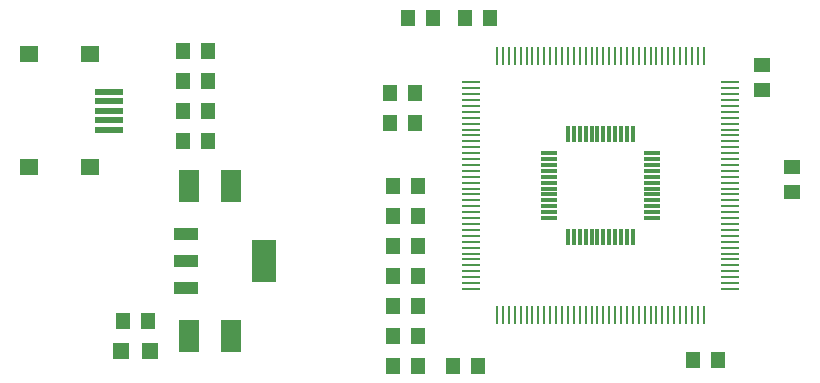
<source format=gtp>
G04 (created by PCBNEW-RS274X (2012-01-19 BZR 3256)-stable) date 09/08/2012 10:04:04*
G01*
G70*
G90*
%MOIN*%
G04 Gerber Fmt 3.4, Leading zero omitted, Abs format*
%FSLAX34Y34*%
G04 APERTURE LIST*
%ADD10C,0.006000*%
%ADD11R,0.060000X0.010000*%
%ADD12R,0.010000X0.060000*%
%ADD13R,0.080000X0.144000*%
%ADD14R,0.080000X0.040000*%
%ADD15R,0.070000X0.110000*%
%ADD16R,0.045000X0.055000*%
%ADD17R,0.063000X0.055100*%
%ADD18R,0.092500X0.019700*%
%ADD19R,0.055000X0.055000*%
%ADD20R,0.011800X0.057200*%
%ADD21R,0.057200X0.011800*%
%ADD22R,0.055000X0.045000*%
G04 APERTURE END LIST*
G54D10*
G54D11*
X75675Y-43055D03*
X75675Y-43255D03*
X75675Y-43450D03*
X75675Y-43645D03*
X75675Y-43845D03*
X75675Y-44040D03*
X75675Y-44235D03*
X75675Y-44435D03*
X75675Y-44630D03*
X75675Y-44825D03*
X75675Y-45025D03*
X75675Y-45220D03*
X75675Y-45415D03*
X75675Y-45615D03*
X75675Y-45810D03*
X75675Y-46005D03*
X75675Y-46205D03*
X75675Y-46400D03*
X75675Y-46600D03*
X75675Y-46795D03*
X75675Y-46995D03*
X75675Y-47190D03*
X75675Y-47385D03*
X75675Y-47585D03*
X75675Y-47780D03*
X75675Y-47975D03*
X75675Y-48175D03*
X75675Y-48370D03*
X75675Y-48565D03*
X75675Y-48765D03*
X75675Y-48960D03*
X75675Y-49155D03*
X75675Y-49355D03*
X75675Y-49550D03*
X75675Y-49745D03*
X75675Y-49945D03*
G54D12*
X82265Y-50825D03*
X82460Y-50825D03*
X82655Y-50825D03*
X82855Y-50825D03*
X83050Y-50825D03*
X83245Y-50825D03*
X83445Y-50825D03*
X82460Y-42175D03*
X82265Y-42175D03*
X82065Y-42175D03*
X81870Y-42175D03*
X81675Y-42175D03*
X81475Y-42175D03*
X81280Y-42175D03*
X81085Y-42175D03*
X80885Y-42175D03*
X80690Y-42175D03*
X80495Y-42175D03*
X80295Y-42175D03*
X80100Y-42175D03*
X79900Y-42175D03*
X79705Y-42175D03*
X79505Y-42175D03*
X79310Y-42175D03*
X79115Y-42175D03*
X78915Y-42175D03*
X78720Y-42175D03*
X78525Y-42175D03*
X78325Y-42175D03*
X78130Y-42175D03*
X77935Y-42175D03*
X77735Y-42175D03*
X77540Y-42175D03*
X77345Y-42175D03*
X77145Y-42175D03*
X76950Y-42175D03*
X76755Y-42175D03*
X76555Y-42175D03*
X76555Y-50825D03*
X76755Y-50825D03*
X76950Y-50825D03*
X77145Y-50825D03*
X77345Y-50825D03*
X77540Y-50825D03*
X77735Y-50825D03*
X77935Y-50825D03*
X78130Y-50825D03*
X78325Y-50825D03*
X78525Y-50825D03*
X78720Y-50825D03*
X78915Y-50825D03*
X79115Y-50825D03*
X79310Y-50825D03*
X79505Y-50825D03*
X79705Y-50825D03*
X79900Y-50825D03*
X80100Y-50825D03*
X80295Y-50825D03*
X80495Y-50825D03*
X80690Y-50825D03*
X80885Y-50825D03*
X81085Y-50825D03*
X81280Y-50825D03*
X81475Y-50825D03*
X81675Y-50825D03*
X81870Y-50825D03*
X82065Y-50825D03*
G54D11*
X84325Y-48960D03*
X84325Y-48765D03*
X84325Y-48565D03*
X84325Y-48370D03*
X84325Y-48175D03*
X84325Y-47975D03*
X84325Y-47780D03*
X84325Y-47585D03*
X84325Y-47385D03*
X84325Y-47190D03*
X84325Y-46995D03*
X84325Y-46795D03*
X84325Y-46600D03*
X84325Y-46400D03*
X84325Y-46205D03*
X84325Y-46005D03*
X84325Y-45810D03*
X84325Y-45615D03*
X84325Y-45415D03*
X84325Y-45220D03*
X84325Y-45025D03*
X84325Y-44825D03*
X84325Y-44630D03*
X84325Y-44435D03*
X84325Y-44235D03*
X84325Y-44040D03*
X84325Y-43845D03*
X84325Y-43645D03*
X84325Y-43450D03*
X84325Y-43255D03*
X84325Y-43055D03*
X84325Y-49945D03*
X84325Y-49745D03*
X84325Y-49550D03*
X84325Y-49355D03*
X84325Y-49155D03*
G54D12*
X83445Y-42175D03*
X83245Y-42175D03*
X83050Y-42175D03*
X82855Y-42175D03*
X82655Y-42175D03*
G54D13*
X68800Y-49000D03*
G54D14*
X66200Y-49000D03*
X66200Y-49900D03*
X66200Y-48100D03*
G54D15*
X67700Y-51500D03*
X66300Y-51500D03*
X67700Y-46500D03*
X66300Y-46500D03*
G54D16*
X73075Y-52500D03*
X73925Y-52500D03*
X74425Y-40900D03*
X73575Y-40900D03*
X73075Y-48500D03*
X73925Y-48500D03*
X66075Y-44000D03*
X66925Y-44000D03*
X66075Y-45000D03*
X66925Y-45000D03*
X66075Y-43000D03*
X66925Y-43000D03*
X73925Y-49500D03*
X73075Y-49500D03*
X73925Y-50500D03*
X73075Y-50500D03*
X66075Y-42000D03*
X66925Y-42000D03*
X73925Y-51500D03*
X73075Y-51500D03*
X73075Y-46500D03*
X73925Y-46500D03*
X73925Y-47500D03*
X73075Y-47500D03*
G54D17*
X60953Y-42110D03*
X63000Y-42110D03*
X60953Y-45890D03*
X63000Y-45890D03*
G54D18*
X63630Y-43370D03*
X63630Y-43685D03*
X63630Y-44000D03*
X63630Y-44315D03*
X63630Y-44630D03*
G54D16*
X73825Y-44400D03*
X72975Y-44400D03*
X72975Y-43400D03*
X73825Y-43400D03*
X64925Y-51000D03*
X64075Y-51000D03*
G54D19*
X64025Y-52000D03*
X64975Y-52000D03*
G54D20*
X80689Y-44777D03*
X80492Y-44777D03*
X80295Y-44777D03*
X80098Y-44777D03*
X79902Y-44777D03*
X79705Y-44777D03*
X80886Y-44777D03*
X81083Y-44777D03*
G54D21*
X81723Y-45417D03*
X81723Y-45614D03*
X81723Y-45811D03*
G54D20*
X79705Y-48223D03*
X79508Y-48223D03*
X79311Y-48223D03*
X79114Y-48223D03*
X78917Y-48223D03*
G54D21*
X78277Y-47583D03*
G54D20*
X79902Y-48223D03*
X80098Y-48223D03*
X80295Y-48223D03*
X80492Y-48223D03*
X80689Y-48223D03*
G54D21*
X78277Y-46402D03*
X81723Y-46992D03*
X78277Y-46598D03*
X81723Y-47189D03*
X81723Y-47386D03*
X78277Y-46795D03*
X78277Y-46992D03*
X81723Y-47583D03*
G54D20*
X81083Y-48223D03*
G54D21*
X78277Y-47189D03*
X78277Y-47386D03*
G54D20*
X80886Y-48223D03*
G54D21*
X81723Y-46795D03*
X78277Y-46205D03*
X78277Y-46008D03*
X81723Y-46598D03*
X81723Y-46402D03*
X78277Y-45811D03*
X78277Y-45614D03*
X81723Y-46205D03*
X81723Y-46008D03*
X78277Y-45417D03*
G54D20*
X79508Y-44777D03*
X79311Y-44777D03*
X79114Y-44777D03*
X78917Y-44777D03*
G54D16*
X75925Y-52500D03*
X75075Y-52500D03*
X83075Y-52300D03*
X83925Y-52300D03*
G54D22*
X86400Y-46725D03*
X86400Y-45875D03*
X85400Y-43325D03*
X85400Y-42475D03*
G54D16*
X76325Y-40900D03*
X75475Y-40900D03*
M02*

</source>
